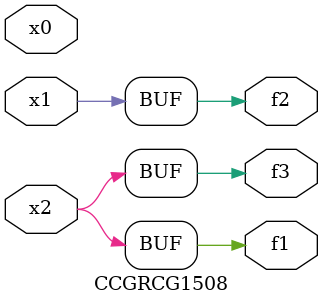
<source format=v>
module CCGRCG1508(
	input x0, x1, x2,
	output f1, f2, f3
);
	assign f1 = x2;
	assign f2 = x1;
	assign f3 = x2;
endmodule

</source>
